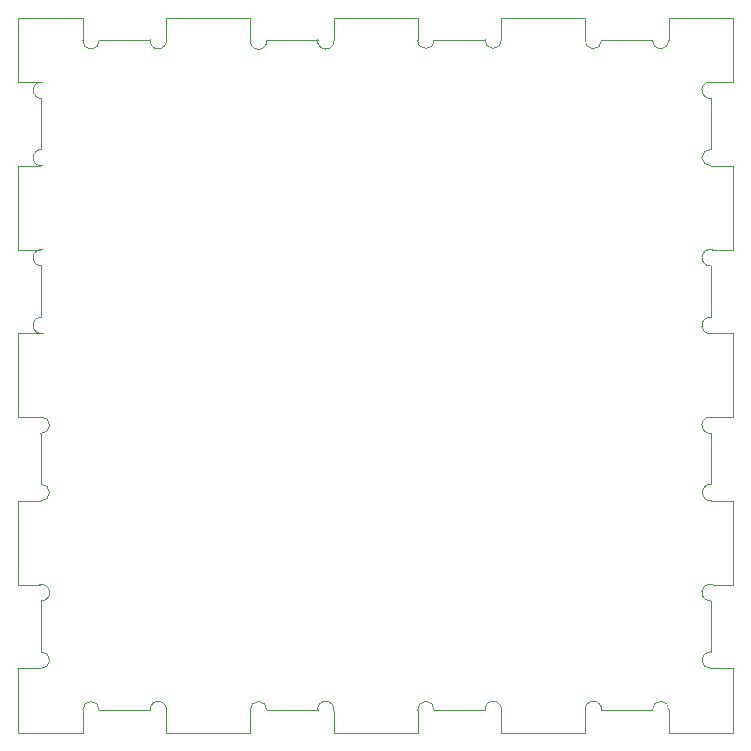
<source format=gbr>
%TF.GenerationSoftware,KiCad,Pcbnew,(6.0.8)*%
%TF.CreationDate,2022-10-30T19:49:07-07:00*%
%TF.ProjectId,EdgeBackDB,45646765-4261-4636-9b44-422e6b696361,rev?*%
%TF.SameCoordinates,Original*%
%TF.FileFunction,Profile,NP*%
%FSLAX46Y46*%
G04 Gerber Fmt 4.6, Leading zero omitted, Abs format (unit mm)*
G04 Created by KiCad (PCBNEW (6.0.8)) date 2022-10-30 19:49:07*
%MOMM*%
%LPD*%
G01*
G04 APERTURE LIST*
%TA.AperFunction,Profile*%
%ADD10C,0.100000*%
%TD*%
G04 APERTURE END LIST*
D10*
X99179994Y-144597565D02*
X101070638Y-144597565D01*
X99179994Y-137518969D02*
X99179994Y-144597565D01*
X100958107Y-137518969D02*
X99179994Y-137518969D01*
X99179994Y-130425253D02*
X100981413Y-130425253D01*
X99179994Y-123331538D02*
X99179994Y-130425253D01*
X100979102Y-123331538D02*
X99179994Y-123331538D01*
X101070638Y-117622766D02*
X101070638Y-121944512D01*
X99179994Y-116237828D02*
X100962063Y-116237828D01*
X99179994Y-110807866D02*
X99179994Y-116237828D01*
X104609933Y-110807866D02*
X99179994Y-110807866D01*
X104609933Y-112698527D02*
X104609933Y-110807866D01*
X104622584Y-112698527D02*
X104609933Y-112698527D01*
X138674105Y-112698527D02*
X134363774Y-112698527D01*
X125891079Y-110807866D02*
X125891079Y-112647888D01*
X132969669Y-110807866D02*
X125891079Y-110807866D01*
X132969669Y-112698527D02*
X132969669Y-110807866D01*
X132976042Y-112698527D02*
X132969669Y-112698527D01*
X124500485Y-112698527D02*
X120200947Y-112698527D01*
X111703648Y-110807866D02*
X111703648Y-112615741D01*
X118797364Y-110807866D02*
X111703648Y-110807866D01*
X118797364Y-112698527D02*
X118797364Y-110807866D01*
X118809408Y-112698527D02*
X118797364Y-112698527D01*
X110314201Y-112698527D02*
X106014797Y-112698527D01*
X99179994Y-144597565D02*
X101070638Y-144597565D01*
X99179994Y-137518969D02*
X99179994Y-144597565D01*
X100958107Y-137518969D02*
X99179994Y-137518969D01*
X101167674Y-136134451D02*
G75*
G03*
X101280206Y-137518969I-48521J-700776D01*
G01*
X101070638Y-131812695D02*
X101070638Y-136134443D01*
X101258695Y-130425253D02*
G75*
G03*
X101169471Y-131812695I-138642J-687674D01*
G01*
X99179994Y-130425253D02*
X100981413Y-130425253D01*
X99179994Y-123331538D02*
X99179994Y-130425253D01*
X100979102Y-123331538D02*
X99179994Y-123331538D01*
X101171909Y-121944511D02*
G75*
G03*
X101263445Y-123331538I-50636J-699876D01*
G01*
X101070638Y-117622766D02*
X101070638Y-121944512D01*
X101278408Y-116237837D02*
G75*
G03*
X101169835Y-117622766I-158175J-684320D01*
G01*
X99179994Y-116237828D02*
X100962063Y-116237828D01*
X99179994Y-110807866D02*
X99179994Y-116237828D01*
X104609933Y-110807866D02*
X99179994Y-110807866D01*
X104609933Y-112698527D02*
X104609933Y-110807866D01*
X104622584Y-112698527D02*
X104609933Y-112698527D01*
X104622585Y-112698527D02*
G75*
G03*
X106014797Y-112698527I696106J-56708D01*
G01*
X110314201Y-112698527D02*
X106014797Y-112698527D01*
X110323177Y-112615740D02*
G75*
G03*
X111712629Y-112698527I690236J-116757D01*
G01*
X111703648Y-110807866D02*
X111703648Y-112615741D01*
X118797364Y-110807866D02*
X111703648Y-110807866D01*
X118797364Y-112698527D02*
X118797364Y-110807866D01*
X118809408Y-112698527D02*
X118797364Y-112698527D01*
X118809409Y-112698527D02*
G75*
G03*
X120200947Y-112698527I695769J-76098D01*
G01*
X124500485Y-112698527D02*
X120200947Y-112698527D01*
X124506186Y-112647888D02*
G75*
G03*
X125896781Y-112698527I692447J-103609D01*
G01*
X125891079Y-110807866D02*
X125891079Y-112647888D01*
X132969669Y-110807866D02*
X125891079Y-110807866D01*
X132969669Y-112698527D02*
X132969669Y-110807866D01*
X132976042Y-112698527D02*
X132969669Y-112698527D01*
X132976042Y-112698527D02*
G75*
G03*
X134363774Y-112698527I693866J1825D01*
G01*
X138674105Y-112698527D02*
X134363774Y-112698527D01*
X138681061Y-112600998D02*
G75*
G03*
X140070432Y-112698527I691162J-98959D01*
G01*
X101070637Y-145989653D02*
G75*
G03*
X101054301Y-144597565I52496J696756D01*
G01*
X101070638Y-150290065D02*
X101070638Y-145989646D01*
X101070638Y-151682289D02*
G75*
G03*
X101070638Y-150290065I53325J696112D01*
G01*
X101070638Y-151691274D02*
X101070638Y-151682287D01*
X99179994Y-151691274D02*
X101070638Y-151691274D01*
X99179994Y-158784990D02*
X99179994Y-151691274D01*
X100961199Y-158784990D02*
X99179994Y-158784990D01*
X101070638Y-160169968D02*
G75*
G03*
X100961199Y-158784990I48445J700641D01*
G01*
X101070638Y-164484003D02*
X101070638Y-160169971D01*
X101070638Y-165876230D02*
G75*
G03*
X101070638Y-164484003I53325J696113D01*
G01*
X101070638Y-165878705D02*
X101070638Y-165876224D01*
X99179994Y-165878705D02*
X101070638Y-165878705D01*
X99179994Y-171308643D02*
X99179994Y-165878705D01*
X104609933Y-171308643D02*
X99179994Y-171308643D01*
X104609933Y-169418000D02*
X104609933Y-171308643D01*
X104617384Y-169418000D02*
X104609933Y-169418000D01*
X106009436Y-169418000D02*
G75*
G03*
X104617384Y-169418000I-696026J43263D01*
G01*
X110314019Y-169418000D02*
X106009436Y-169418000D01*
X111703651Y-169488492D02*
G75*
G03*
X110314019Y-169418000I-690698J116425D01*
G01*
X111703648Y-171308643D02*
X111703648Y-169488491D01*
X118797364Y-171308643D02*
X111703648Y-171308643D01*
X118797364Y-169418000D02*
X118797364Y-171308643D01*
X118803787Y-169418000D02*
X118797364Y-169418000D01*
X120196007Y-169418000D02*
G75*
G03*
X118803787Y-169418000I-696110J55848D01*
G01*
X124500485Y-169418000D02*
X120196006Y-169418000D01*
X125891115Y-169470512D02*
G75*
G03*
X124500485Y-169418000I-692392J103655D01*
G01*
X125891079Y-171308643D02*
X125891079Y-169470507D01*
X132969669Y-171308643D02*
X125891079Y-171308643D01*
X132969669Y-169418000D02*
X132969669Y-171308643D01*
X132973817Y-169418000D02*
X132969669Y-169418000D01*
X134365999Y-169418000D02*
G75*
G03*
X132973817Y-169418000I-696091J59517D01*
G01*
X138672449Y-169418000D02*
X134366000Y-169418000D01*
X140063391Y-169455182D02*
G75*
G03*
X138672449Y-169418000I-693368J97275D01*
G01*
X140063385Y-171308643D02*
X140063385Y-169455181D01*
X147157100Y-171308643D02*
X140063385Y-171308643D01*
X147157100Y-169457027D02*
X147157100Y-171308643D01*
X148547768Y-169418005D02*
G75*
G03*
X147157100Y-169457027I-697645J62848D01*
G01*
X152854305Y-169418000D02*
X148547716Y-169418000D01*
X154246277Y-169418000D02*
G75*
G03*
X152854305Y-169418000I-695986J67468D01*
G01*
X154250815Y-169418000D02*
X154246277Y-169418000D01*
X154250815Y-171308643D02*
X154250815Y-169418000D01*
X159680772Y-171308643D02*
X154250815Y-171308643D01*
X159680772Y-165878705D02*
X159680772Y-171308643D01*
X157790111Y-165878705D02*
X159680772Y-165878705D01*
X157790111Y-165869139D02*
X157790111Y-165878705D01*
X157790107Y-164476975D02*
G75*
G03*
X157790111Y-165869139I-51684J-696082D01*
G01*
X157790111Y-160163673D02*
X157790111Y-164476925D01*
X157940247Y-158785033D02*
G75*
G03*
X157790111Y-160163673I-195324J-676224D01*
G01*
X159680772Y-158784990D02*
X157940259Y-158784990D01*
X159680772Y-151691274D02*
X159680772Y-158784990D01*
X157839432Y-151691274D02*
X159680772Y-151691274D01*
X157790113Y-150300360D02*
G75*
G03*
X157839432Y-151691274I-49790J-698097D01*
G01*
X157790111Y-145983670D02*
X157790111Y-150300392D01*
X157892108Y-144597553D02*
G75*
G03*
X157790111Y-145983670I-149585J-685804D01*
G01*
X159680772Y-144597565D02*
X157892105Y-144597565D01*
X159680772Y-137518969D02*
X159680772Y-144597565D01*
X157933514Y-137518969D02*
X159680772Y-137518969D01*
X157790111Y-136139030D02*
G75*
G03*
X157933514Y-137518969I-45288J-702127D01*
G01*
X157790111Y-131806028D02*
X157790111Y-136139025D01*
X157928454Y-130425323D02*
G75*
G03*
X157790111Y-131806028I-184131J-678834D01*
G01*
X159680772Y-130425253D02*
X157928473Y-130425253D01*
X159680772Y-123331538D02*
X159680772Y-130425253D01*
X157790111Y-123331538D02*
X159680772Y-123331538D01*
X157790111Y-123323727D02*
X157790111Y-123331538D01*
X157790106Y-121931587D02*
G75*
G03*
X157790111Y-123323727I-50583J-696070D01*
G01*
X157790111Y-117621810D02*
X157790111Y-121931523D01*
X157909178Y-116237809D02*
G75*
G03*
X157790111Y-117621810I-164755J-682948D01*
G01*
X159680772Y-116237828D02*
X157909173Y-116237828D01*
X159680772Y-110807866D02*
X159680772Y-116237828D01*
X154250815Y-110807866D02*
X159680772Y-110807866D01*
X154250815Y-112698527D02*
X154250815Y-110807866D01*
X154246256Y-112698527D02*
X154250815Y-112698527D01*
X152854326Y-112698527D02*
G75*
G03*
X154246256Y-112698527I695965J-39877D01*
G01*
X148547422Y-112698527D02*
X152854326Y-112698527D01*
X147157050Y-112624185D02*
G75*
G03*
X148547422Y-112698527I691673J-102872D01*
G01*
X147157100Y-110807866D02*
X147157100Y-112624192D01*
X140063385Y-110807866D02*
X147157100Y-110807866D01*
X140063385Y-112698527D02*
X140063385Y-110807866D01*
X140062939Y-112698527D02*
X140063385Y-112698527D01*
X99179994Y-144597565D02*
X101070638Y-144597565D01*
X99179994Y-137518969D02*
X99179994Y-144597565D01*
X100958107Y-137518969D02*
X99179994Y-137518969D01*
X101167674Y-136134451D02*
G75*
G03*
X101280206Y-137518969I-48521J-700776D01*
G01*
X101070638Y-131812695D02*
X101070638Y-136134443D01*
X101258695Y-130425253D02*
G75*
G03*
X101169471Y-131812695I-138642J-687674D01*
G01*
X99179994Y-130425253D02*
X100981413Y-130425253D01*
X99179994Y-123331538D02*
X99179994Y-130425253D01*
X100979102Y-123331538D02*
X99179994Y-123331538D01*
X101171909Y-121944511D02*
G75*
G03*
X101263445Y-123331538I-50636J-699876D01*
G01*
X101070638Y-117622766D02*
X101070638Y-121944512D01*
X101278408Y-116237837D02*
G75*
G03*
X101169835Y-117622766I-158175J-684320D01*
G01*
X99179994Y-116237828D02*
X100962063Y-116237828D01*
X99179994Y-110807866D02*
X99179994Y-116237828D01*
X104609933Y-110807866D02*
X99179994Y-110807866D01*
X104609933Y-112698527D02*
X104609933Y-110807866D01*
X104622584Y-112698527D02*
X104609933Y-112698527D01*
X104622585Y-112698527D02*
G75*
G03*
X106014797Y-112698527I696106J-56708D01*
G01*
X110314201Y-112698527D02*
X106014797Y-112698527D01*
X110323177Y-112615740D02*
G75*
G03*
X111712629Y-112698527I690236J-116757D01*
G01*
X111703648Y-110807866D02*
X111703648Y-112615741D01*
X118797364Y-110807866D02*
X111703648Y-110807866D01*
X118797364Y-112698527D02*
X118797364Y-110807866D01*
X118809408Y-112698527D02*
X118797364Y-112698527D01*
X118809409Y-112698527D02*
G75*
G03*
X120200947Y-112698527I695769J-76098D01*
G01*
X124500485Y-112698527D02*
X120200947Y-112698527D01*
X124506186Y-112647888D02*
G75*
G03*
X125896781Y-112698527I692447J-103609D01*
G01*
X125891079Y-110807866D02*
X125891079Y-112647888D01*
X132969669Y-110807866D02*
X125891079Y-110807866D01*
X132969669Y-112698527D02*
X132969669Y-110807866D01*
X132976042Y-112698527D02*
X132969669Y-112698527D01*
X132976042Y-112698527D02*
G75*
G03*
X134363774Y-112698527I693866J1825D01*
G01*
X138674105Y-112698527D02*
X134363774Y-112698527D01*
X138681061Y-112600998D02*
G75*
G03*
X140070432Y-112698527I691162J-98959D01*
G01*
X101070637Y-145989653D02*
G75*
G03*
X101054301Y-144597565I52496J696756D01*
G01*
X101070638Y-150290065D02*
X101070638Y-145989646D01*
X101070638Y-151682289D02*
G75*
G03*
X101070638Y-150290065I53325J696112D01*
G01*
X101070638Y-151691274D02*
X101070638Y-151682287D01*
X99179994Y-151691274D02*
X101070638Y-151691274D01*
X99179994Y-158784990D02*
X99179994Y-151691274D01*
X100961199Y-158784990D02*
X99179994Y-158784990D01*
X101070638Y-160169968D02*
G75*
G03*
X100961199Y-158784990I48445J700641D01*
G01*
X101070638Y-164484003D02*
X101070638Y-160169971D01*
X101070638Y-165876230D02*
G75*
G03*
X101070638Y-164484003I53325J696113D01*
G01*
X101070638Y-165878705D02*
X101070638Y-165876224D01*
X99179994Y-165878705D02*
X101070638Y-165878705D01*
X99179994Y-171308643D02*
X99179994Y-165878705D01*
X104609933Y-171308643D02*
X99179994Y-171308643D01*
X104609933Y-169418000D02*
X104609933Y-171308643D01*
X104617384Y-169418000D02*
X104609933Y-169418000D01*
X106009436Y-169418000D02*
G75*
G03*
X104617384Y-169418000I-696026J43263D01*
G01*
X110314019Y-169418000D02*
X106009436Y-169418000D01*
X111703651Y-169488492D02*
G75*
G03*
X110314019Y-169418000I-690698J116425D01*
G01*
X111703648Y-171308643D02*
X111703648Y-169488491D01*
X118797364Y-171308643D02*
X111703648Y-171308643D01*
X118797364Y-169418000D02*
X118797364Y-171308643D01*
X118803787Y-169418000D02*
X118797364Y-169418000D01*
X120196007Y-169418000D02*
G75*
G03*
X118803787Y-169418000I-696110J55848D01*
G01*
X124500485Y-169418000D02*
X120196006Y-169418000D01*
X125891115Y-169470512D02*
G75*
G03*
X124500485Y-169418000I-692392J103655D01*
G01*
X125891079Y-171308643D02*
X125891079Y-169470507D01*
X132969669Y-171308643D02*
X125891079Y-171308643D01*
X132969669Y-169418000D02*
X132969669Y-171308643D01*
X132973817Y-169418000D02*
X132969669Y-169418000D01*
X134365999Y-169418000D02*
G75*
G03*
X132973817Y-169418000I-696091J59517D01*
G01*
X138672449Y-169418000D02*
X134366000Y-169418000D01*
X140063391Y-169455182D02*
G75*
G03*
X138672449Y-169418000I-693368J97275D01*
G01*
X140063385Y-171308643D02*
X140063385Y-169455181D01*
X147157100Y-171308643D02*
X140063385Y-171308643D01*
X147157100Y-169457027D02*
X147157100Y-171308643D01*
X148547768Y-169418005D02*
G75*
G03*
X147157100Y-169457027I-697645J62848D01*
G01*
X152854305Y-169418000D02*
X148547716Y-169418000D01*
X154246277Y-169418000D02*
G75*
G03*
X152854305Y-169418000I-695986J67468D01*
G01*
X154250815Y-169418000D02*
X154246277Y-169418000D01*
X154250815Y-171308643D02*
X154250815Y-169418000D01*
X159680772Y-171308643D02*
X154250815Y-171308643D01*
X159680772Y-165878705D02*
X159680772Y-171308643D01*
X157790111Y-165878705D02*
X159680772Y-165878705D01*
X157790111Y-165869139D02*
X157790111Y-165878705D01*
X157790107Y-164476975D02*
G75*
G03*
X157790111Y-165869139I-51684J-696082D01*
G01*
X157790111Y-160163673D02*
X157790111Y-164476925D01*
X157940247Y-158785033D02*
G75*
G03*
X157790111Y-160163673I-195324J-676224D01*
G01*
X159680772Y-158784990D02*
X157940259Y-158784990D01*
X159680772Y-151691274D02*
X159680772Y-158784990D01*
X157839432Y-151691274D02*
X159680772Y-151691274D01*
X157790113Y-150300360D02*
G75*
G03*
X157839432Y-151691274I-49790J-698097D01*
G01*
X157790111Y-145983670D02*
X157790111Y-150300392D01*
X157892108Y-144597553D02*
G75*
G03*
X157790111Y-145983670I-149585J-685804D01*
G01*
X159680772Y-144597565D02*
X157892105Y-144597565D01*
X159680772Y-137518969D02*
X159680772Y-144597565D01*
X157933514Y-137518969D02*
X159680772Y-137518969D01*
X157790111Y-136139030D02*
G75*
G03*
X157933514Y-137518969I-45288J-702127D01*
G01*
X157790111Y-131806028D02*
X157790111Y-136139025D01*
X157928454Y-130425323D02*
G75*
G03*
X157790111Y-131806028I-184131J-678834D01*
G01*
X159680772Y-130425253D02*
X157928473Y-130425253D01*
X159680772Y-123331538D02*
X159680772Y-130425253D01*
X157790111Y-123331538D02*
X159680772Y-123331538D01*
X157790111Y-123323727D02*
X157790111Y-123331538D01*
X157790106Y-121931587D02*
G75*
G03*
X157790111Y-123323727I-50583J-696070D01*
G01*
X157790111Y-117621810D02*
X157790111Y-121931523D01*
X157909178Y-116237809D02*
G75*
G03*
X157790111Y-117621810I-164755J-682948D01*
G01*
X159680772Y-116237828D02*
X157909173Y-116237828D01*
X159680772Y-110807866D02*
X159680772Y-116237828D01*
X154250815Y-110807866D02*
X159680772Y-110807866D01*
X154250815Y-112698527D02*
X154250815Y-110807866D01*
X154246256Y-112698527D02*
X154250815Y-112698527D01*
X152854326Y-112698527D02*
G75*
G03*
X154246256Y-112698527I695965J-39877D01*
G01*
X148547422Y-112698527D02*
X152854326Y-112698527D01*
X147157050Y-112624185D02*
G75*
G03*
X148547422Y-112698527I691673J-102872D01*
G01*
X147157100Y-110807866D02*
X147157100Y-112624192D01*
X140063385Y-110807866D02*
X147157100Y-110807866D01*
X140063385Y-112698527D02*
X140063385Y-110807866D01*
X140062939Y-112698527D02*
X140063385Y-112698527D01*
X99179994Y-144597565D02*
X101070638Y-144597565D01*
X99179994Y-137518969D02*
X99179994Y-144597565D01*
X100958107Y-137518969D02*
X99179994Y-137518969D01*
X101167674Y-136134451D02*
G75*
G03*
X101280206Y-137518969I-48521J-700776D01*
G01*
X101070638Y-131812695D02*
X101070638Y-136134443D01*
X101258695Y-130425253D02*
G75*
G03*
X101169471Y-131812695I-138642J-687674D01*
G01*
X99179994Y-130425253D02*
X100981413Y-130425253D01*
X99179994Y-123331538D02*
X99179994Y-130425253D01*
X100979102Y-123331538D02*
X99179994Y-123331538D01*
X101171909Y-121944511D02*
G75*
G03*
X101263445Y-123331538I-50636J-699876D01*
G01*
X101070638Y-117622766D02*
X101070638Y-121944512D01*
X101278408Y-116237837D02*
G75*
G03*
X101169835Y-117622766I-158175J-684320D01*
G01*
X99179994Y-116237828D02*
X100962063Y-116237828D01*
X99179994Y-110807866D02*
X99179994Y-116237828D01*
X104609933Y-110807866D02*
X99179994Y-110807866D01*
X104609933Y-112698527D02*
X104609933Y-110807866D01*
X104622584Y-112698527D02*
X104609933Y-112698527D01*
X104622585Y-112698527D02*
G75*
G03*
X106014797Y-112698527I696106J-56708D01*
G01*
X110314201Y-112698527D02*
X106014797Y-112698527D01*
X110323177Y-112615740D02*
G75*
G03*
X111712629Y-112698527I690236J-116757D01*
G01*
X111703648Y-110807866D02*
X111703648Y-112615741D01*
X118797364Y-110807866D02*
X111703648Y-110807866D01*
X118797364Y-112698527D02*
X118797364Y-110807866D01*
X118809408Y-112698527D02*
X118797364Y-112698527D01*
X118809409Y-112698527D02*
G75*
G03*
X120200947Y-112698527I695769J-76098D01*
G01*
X124500485Y-112698527D02*
X120200947Y-112698527D01*
X124506186Y-112647888D02*
G75*
G03*
X125896781Y-112698527I692447J-103609D01*
G01*
X125891079Y-110807866D02*
X125891079Y-112647888D01*
X132969669Y-110807866D02*
X125891079Y-110807866D01*
X132969669Y-112698527D02*
X132969669Y-110807866D01*
X132976042Y-112698527D02*
X132969669Y-112698527D01*
X132976042Y-112698527D02*
G75*
G03*
X134363774Y-112698527I693866J1825D01*
G01*
X138674105Y-112698527D02*
X134363774Y-112698527D01*
X138681061Y-112600998D02*
G75*
G03*
X140070432Y-112698527I691162J-98959D01*
G01*
X101070637Y-145989653D02*
G75*
G03*
X101054301Y-144597565I52496J696756D01*
G01*
X101070638Y-150290065D02*
X101070638Y-145989646D01*
X101070638Y-151682289D02*
G75*
G03*
X101070638Y-150290065I53325J696112D01*
G01*
X101070638Y-151691274D02*
X101070638Y-151682287D01*
X99179994Y-151691274D02*
X101070638Y-151691274D01*
X99179994Y-158784990D02*
X99179994Y-151691274D01*
X100961199Y-158784990D02*
X99179994Y-158784990D01*
X101070638Y-160169968D02*
G75*
G03*
X100961199Y-158784990I48445J700641D01*
G01*
X101070638Y-164484003D02*
X101070638Y-160169971D01*
X101070638Y-165876230D02*
G75*
G03*
X101070638Y-164484003I53325J696113D01*
G01*
X101070638Y-165878705D02*
X101070638Y-165876224D01*
X99179994Y-165878705D02*
X101070638Y-165878705D01*
X99179994Y-171308643D02*
X99179994Y-165878705D01*
X104609933Y-171308643D02*
X99179994Y-171308643D01*
X104609933Y-169418000D02*
X104609933Y-171308643D01*
X104617384Y-169418000D02*
X104609933Y-169418000D01*
X106009436Y-169418000D02*
G75*
G03*
X104617384Y-169418000I-696026J43263D01*
G01*
X110314019Y-169418000D02*
X106009436Y-169418000D01*
X111703651Y-169488492D02*
G75*
G03*
X110314019Y-169418000I-690698J116425D01*
G01*
X111703648Y-171308643D02*
X111703648Y-169488491D01*
X118797364Y-171308643D02*
X111703648Y-171308643D01*
X118797364Y-169418000D02*
X118797364Y-171308643D01*
X118803787Y-169418000D02*
X118797364Y-169418000D01*
X120196007Y-169418000D02*
G75*
G03*
X118803787Y-169418000I-696110J55848D01*
G01*
X124500485Y-169418000D02*
X120196006Y-169418000D01*
X125891115Y-169470512D02*
G75*
G03*
X124500485Y-169418000I-692392J103655D01*
G01*
X125891079Y-171308643D02*
X125891079Y-169470507D01*
X132969669Y-171308643D02*
X125891079Y-171308643D01*
X132969669Y-169418000D02*
X132969669Y-171308643D01*
X132973817Y-169418000D02*
X132969669Y-169418000D01*
X134365999Y-169418000D02*
G75*
G03*
X132973817Y-169418000I-696091J59517D01*
G01*
X138672449Y-169418000D02*
X134366000Y-169418000D01*
X140063391Y-169455182D02*
G75*
G03*
X138672449Y-169418000I-693368J97275D01*
G01*
X140063385Y-171308643D02*
X140063385Y-169455181D01*
X147157100Y-171308643D02*
X140063385Y-171308643D01*
X147157100Y-169457027D02*
X147157100Y-171308643D01*
X148547768Y-169418005D02*
G75*
G03*
X147157100Y-169457027I-697645J62848D01*
G01*
X152854305Y-169418000D02*
X148547716Y-169418000D01*
X154246277Y-169418000D02*
G75*
G03*
X152854305Y-169418000I-695986J67468D01*
G01*
X154250815Y-169418000D02*
X154246277Y-169418000D01*
X154250815Y-171308643D02*
X154250815Y-169418000D01*
X159680772Y-171308643D02*
X154250815Y-171308643D01*
X159680772Y-165878705D02*
X159680772Y-171308643D01*
X157790111Y-165878705D02*
X159680772Y-165878705D01*
X157790111Y-165869139D02*
X157790111Y-165878705D01*
X157790107Y-164476975D02*
G75*
G03*
X157790111Y-165869139I-51684J-696082D01*
G01*
X157790111Y-160163673D02*
X157790111Y-164476925D01*
X157940247Y-158785033D02*
G75*
G03*
X157790111Y-160163673I-195324J-676224D01*
G01*
X159680772Y-158784990D02*
X157940259Y-158784990D01*
X159680772Y-151691274D02*
X159680772Y-158784990D01*
X157839432Y-151691274D02*
X159680772Y-151691274D01*
X157790113Y-150300360D02*
G75*
G03*
X157839432Y-151691274I-49790J-698097D01*
G01*
X157790111Y-145983670D02*
X157790111Y-150300392D01*
X157892108Y-144597553D02*
G75*
G03*
X157790111Y-145983670I-149585J-685804D01*
G01*
X159680772Y-144597565D02*
X157892105Y-144597565D01*
X159680772Y-137518969D02*
X159680772Y-144597565D01*
X157933514Y-137518969D02*
X159680772Y-137518969D01*
X157790111Y-136139030D02*
G75*
G03*
X157933514Y-137518969I-45288J-702127D01*
G01*
X157790111Y-131806028D02*
X157790111Y-136139025D01*
X157928454Y-130425323D02*
G75*
G03*
X157790111Y-131806028I-184131J-678834D01*
G01*
X159680772Y-130425253D02*
X157928473Y-130425253D01*
X159680772Y-123331538D02*
X159680772Y-130425253D01*
X157790111Y-123331538D02*
X159680772Y-123331538D01*
X157790111Y-123323727D02*
X157790111Y-123331538D01*
X157790106Y-121931587D02*
G75*
G03*
X157790111Y-123323727I-50583J-696070D01*
G01*
X157790111Y-117621810D02*
X157790111Y-121931523D01*
X157909178Y-116237809D02*
G75*
G03*
X157790111Y-117621810I-164755J-682948D01*
G01*
X159680772Y-116237828D02*
X157909173Y-116237828D01*
X159680772Y-110807866D02*
X159680772Y-116237828D01*
X154250815Y-110807866D02*
X159680772Y-110807866D01*
X154250815Y-112698527D02*
X154250815Y-110807866D01*
X154246256Y-112698527D02*
X154250815Y-112698527D01*
X152854326Y-112698527D02*
G75*
G03*
X154246256Y-112698527I695965J-39877D01*
G01*
X148547422Y-112698527D02*
X152854326Y-112698527D01*
X147157050Y-112624185D02*
G75*
G03*
X148547422Y-112698527I691673J-102872D01*
G01*
X147157100Y-110807866D02*
X147157100Y-112624192D01*
X140063385Y-110807866D02*
X147157100Y-110807866D01*
X140063385Y-112698527D02*
X140063385Y-110807866D01*
X140062939Y-112698527D02*
X140063385Y-112698527D01*
M02*

</source>
